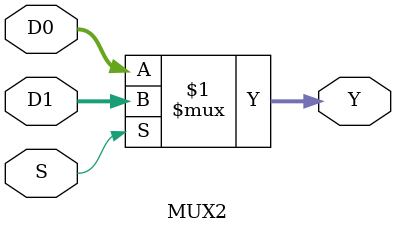
<source format=sv>
`timescale 1ns / 1ps

module MUX2 #(
        // Parameters
        parameter WIDTH = 32
        )
        (
        // Inputs
        input logic [WIDTH-1:0] D0, D1,
        input logic S,

        // Outputs
        output logic [WIDTH-1:0] Y
        );

        assign Y = S ? D1 : D0;
endmodule

</source>
